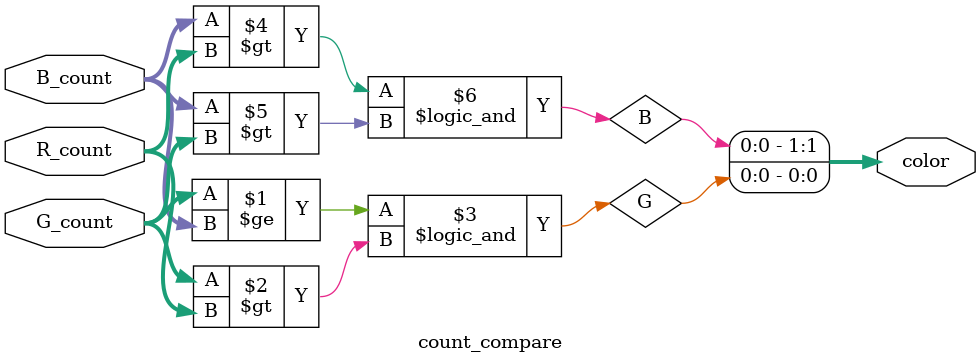
<source format=v>
`timescale 1ns/10ps
module count_compare(color,R_count,G_count,B_count);

input[14:0] R_count,G_count,B_count;

output[1:0] color;

//wire R=((R_count>=G_count)&&(R_count>=B_count));
wire G=((G_count>=B_count)&&(G_count>R_count));
wire B=((B_count>R_count)&&(B_count>G_count));

assign color[1]=B;
assign color[0]=G;

endmodule

</source>
